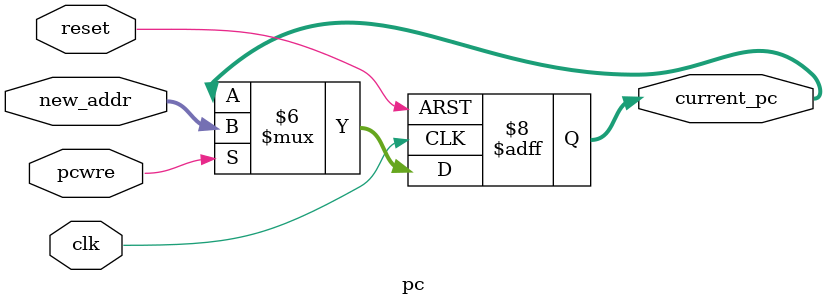
<source format=v>
`timescale 1ns / 1ps


module pc(
input clk,
input reset,
input pcwre,
input [31:0] new_addr,
output reg [31:0] current_pc
    );
    initial begin
     current_pc = 0;
    end
    always@( posedge clk or negedge reset)
    begin
    if(reset==0) current_pc=0;
    
    else
        if(pcwre==1)
        begin
            current_pc=new_addr;
        end
    end
endmodule

</source>
